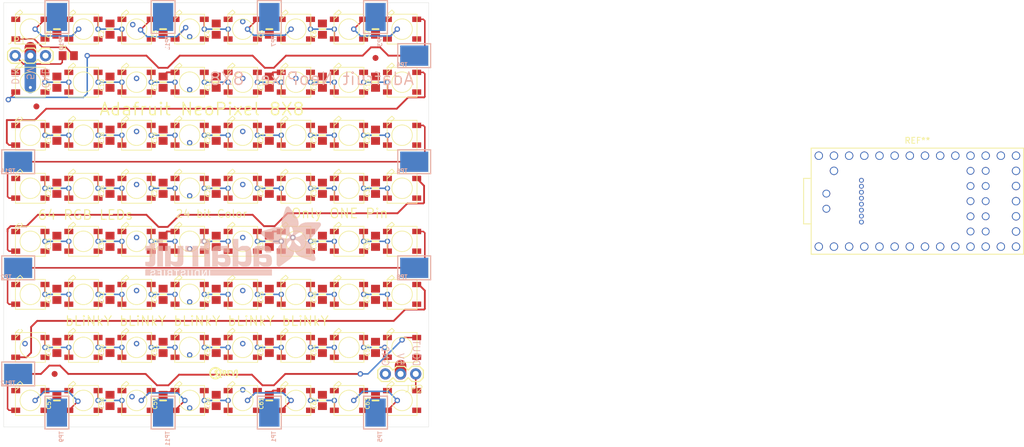
<source format=kicad_pcb>
(kicad_pcb (version 20221018) (generator pcbnew)
  (layers (0 "F.Cu" signal) (31 "B.Cu" signal) (34 "B.Paste" user) (35 "F.Paste" user) (36 "B.SilkS" user "B.Silkscreen") (37 "F.SilkS" user "F.Silkscreen") (38 "B.Mask" user) (39 "F.Mask" user) (44 "Edge.Cuts" user))
  (net 0 "")
  (net 1 "GND")
  (net 2 "N$33")
  (net 3 "N$34")
  (net 4 "N$35")
  (net 5 "N$36")
  (net 6 "N$37")
  (net 7 "N$38")
  (net 8 "N$39")
  (net 9 "N$40")
  (net 10 "N$41")
  (net 11 "N$42")
  (net 12 "N$43")
  (net 13 "N$44")
  (net 14 "N$45")
  (net 15 "N$46")
  (net 16 "N$47")
  (net 17 "N$48")
  (net 18 "N$49")
  (net 19 "N$50")
  (net 20 "N$51")
  (net 21 "N$52")
  (net 22 "N$53")
  (net 23 "N$54")
  (net 24 "N$55")
  (net 25 "N$56")
  (net 26 "N$57")
  (net 27 "N$58")
  (net 28 "N$59")
  (net 29 "N$60")
  (net 30 "N$93")
  (net 31 "N$94")
  (net 32 "N$95")
  (net 33 "N$96")
  (net 34 "N$97")
  (net 35 "N$98")
  (net 36 "N$99")
  (net 37 "N$100")
  (net 38 "N$101")
  (net 39 "N$102")
  (net 40 "N$103")
  (net 41 "N$104")
  (net 42 "N$105")
  (net 43 "N$106")
  (net 44 "N$107")
  (net 45 "N$108")
  (net 46 "N$109")
  (net 47 "N$110")
  (net 48 "N$111")
  (net 49 "N$112")
  (net 50 "N$113")
  (net 51 "N$114")
  (net 52 "N$115")
  (net 53 "N$116")
  (net 54 "N$117")
  (net 55 "N$118")
  (net 56 "N$119")
  (net 57 "N$120")
  (net 58 "VDD")
  (net 59 "N$2")
  (net 60 "N$3")
  (net 61 "N$4")
  (net 62 "N$5")
  (net 63 "N$6")
  (net 64 "N$7")
  (net 65 "N$8")
  (net 66 "N$1")
  (net 67 "N$9")
  (net 68 "N$10")
  (footprint "Adafruit_NeoMatrix_8x8 v2:0805-NO" (layer "F.Cu") (at 109.945 123.57 90)
    (fp_text reference "C55")
    (fp_text value "")
  )
  (footprint "Adafruit_NeoMatrix_8x8 v2:WS2812B" (layer "F.Cu") (at 52.16 114.68)
    (fp_text reference "LED41" hide)
    (fp_text value "WS2812B5050" hide)
  )
  (footprint "Adafruit_NeoMatrix_8x8 v2:WS2812B" (layer "F.Cu") (at 105.5 70.23)
    (fp_text reference "LED7" hide)
    (fp_text value "WS2812B5050" hide)
  )
  (footprint "Adafruit_NeoMatrix_8x8 v2:WS2812B" (layer "F.Cu") (at 87.72 70.23)
    (fp_text reference "LED5" hide)
    (fp_text value "WS2812B5050" hide)
  )
  (footprint "Adafruit_NeoMatrix_8x8 v2:WS2812B" (layer "F.Cu") (at 78.83 96.9)
    (fp_text reference "LED28" hide)
    (fp_text value "WS2812B5050" hide)
  )
  (footprint "Adafruit_NeoMatrix_8x8 v2:WS2812B" (layer "F.Cu") (at 105.5 79.12)
    (fp_text reference "LED15" hide)
    (fp_text value "WS2812B5050" hide)
  )
  (footprint "Adafruit_NeoMatrix_8x8 v2:0805-NO" (layer "F.Cu") (at 56.605 123.57 90)
    (fp_text reference "C49")
    (fp_text value "")
  )
  (footprint "Adafruit_NeoMatrix_8x8 v2:WS2812B" (layer "F.Cu") (at 61.05 88.01)
    (fp_text reference "LED18" hide)
    (fp_text value "WS2812B5050" hide)
  )
  (footprint "Adafruit_NeoMatrix_8x8 v2:0805-NO" (layer "F.Cu") (at 92.165 79.12 90)
    (fp_text reference "C13")
    (fp_text value "")
  )
  (footprint "Adafruit_NeoMatrix_8x8 v2:WS2812B" (layer "F.Cu") (at 78.83 105.79)
    (fp_text reference "LED36" hide)
    (fp_text value "WS2812B5050" hide)
  )
  (footprint "Adafruit_NeoMatrix_8x8 v2:0805-NO" (layer "F.Cu") (at 101.055 70.23 90)
    (fp_text reference "C6")
    (fp_text value "")
  )
  (footprint "Adafruit_NeoMatrix_8x8 v2:WS2812B" (layer "F.Cu") (at 52.16 132.46)
    (fp_text reference "LED57" hide)
    (fp_text value "WS2812B5050" hide)
  )
  (footprint "" (layer "F.Cu") (at 74.385 128.015)
    (fp_text reference "@HOLE10" hide)
    (fp_text value "")
  )
  (footprint "Adafruit_NeoMatrix_8x8 v2:WS2812B" (layer "F.Cu") (at 61.05 96.9)
    (fp_text reference "LED26" hide)
    (fp_text value "WS2812B5050" hide)
  )
  (footprint "Adafruit_NeoMatrix_8x8 v2:WS2812B" (layer "F.Cu") (at 52.16 105.79)
    (fp_text reference "LED33" hide)
    (fp_text value "WS2812B5050" hide)
  )
  (footprint "Adafruit_NeoMatrix_8x8 v2:0805-NO" (layer "F.Cu") (at 83.275 88.01 90)
    (fp_text reference "C20")
    (fp_text value "")
  )
  (footprint "Adafruit_NeoMatrix_8x8 v2:WS2812B" (layer "F.Cu") (at 69.94 70.23)
    (fp_text reference "LED3" hide)
    (fp_text value "WS2812B5050" hide)
  )
  (footprint "Adafruit_NeoMatrix_8x8 v2:0805-NO" (layer "F.Cu") (at 101.055 96.9 90)
    (fp_text reference "C30")
    (fp_text value "")
  )
  (footprint "" (layer "F.Cu") (at 92.165 74.675)
    (fp_text reference "@HOLE7" hide)
    (fp_text value "")
  )
  (footprint "" (layer "F.Cu") (at 92.165 128.015)
    (fp_text reference "@HOLE11" hide)
    (fp_text value "")
  )
  (footprint "Adafruit_NeoMatrix_8x8 v2:WS2812B" (layer "F.Cu") (at 87.72 114.68)
    (fp_text reference "LED45" hide)
    (fp_text value "WS2812B5050" hide)
  )
  (footprint "Adafruit_NeoMatrix_8x8 v2:WS2812B" (layer "F.Cu") (at 105.5 96.9)
    (fp_text reference "LED31" hide)
    (fp_text value "WS2812B5050" hide)
  )
  (footprint "Adafruit_NeoMatrix_8x8 v2:0805-NO" (layer "F.Cu") (at 92.165 132.46 90)
    (fp_text reference "C61")
    (fp_text value "")
  )
  (footprint "Adafruit_NeoMatrix_8x8 v2:0805-NO" (layer "F.Cu") (at 92.165 123.57 90)
    (fp_text reference "C53")
    (fp_text value "")
  )
  (footprint "Adafruit_NeoMatrix_8x8 v2:0805-NO" (layer "F.Cu") (at 65.495 70.23 90)
    (fp_text reference "C2")
    (fp_text value "")
  )
  (footprint "Adafruit_NeoMatrix_8x8 v2:WS2812B" (layer "F.Cu") (at 78.83 132.46)
    (fp_text reference "LED60" hide)
    (fp_text value "WS2812B5050" hide)
  )
  (footprint "Adafruit_NeoMatrix_8x8 v2:WS2812B" (layer "F.Cu") (at 69.94 105.79)
    (fp_text reference "LED35" hide)
    (fp_text value "WS2812B5050" hide)
  )
  (footprint "Adafruit_NeoMatrix_8x8 v2:WS2812B" (layer "F.Cu") (at 96.61 79.12)
    (fp_text reference "LED14" hide)
    (fp_text value "WS2812B5050" hide)
  )
  (footprint "Adafruit_NeoMatrix_8x8 v2:0805-NO" (layer "F.Cu") (at 101.055 114.68 90)
    (fp_text reference "C46")
    (fp_text value "")
  )
  (footprint "" (layer "F.Cu") (at 74.385 74.675)
    (fp_text reference "@HOLE6" hide)
    (fp_text value "")
  )
  (footprint "Adafruit_NeoMatrix_8x8 v2:0805-NO" (layer "F.Cu") (at 92.165 105.79 90)
    (fp_text reference "C37")
    (fp_text value "")
  )
  (footprint "Adafruit_NeoMatrix_8x8 v2:0805-NO" (layer "F.Cu") (at 56.605 114.68 90)
    (fp_text reference "C41")
    (fp_text value "")
  )
  (footprint "Adafruit_NeoMatrix_8x8 v2:WS2812B" (layer "F.Cu") (at 105.5 105.79)
    (fp_text reference "LED39" hide)
    (fp_text value "WS2812B5050" hide)
  )
  (footprint "Adafruit_NeoMatrix_8x8 v2:0805-NO" (layer "F.Cu") (at 83.275 79.12 90)
    (fp_text reference "C12")
    (fp_text value "")
  )
  (footprint "Adafruit_NeoMatrix_8x8 v2:1X03" (layer "F.Cu") (at 49.62 74.675)
    (fp_text reference "JP1")
    (fp_text value "")
  )
  (footprint "Adafruit_NeoMatrix_8x8 v2:WS2812B" (layer "F.Cu") (at 87.72 96.9)
    (fp_text reference "LED29" hide)
    (fp_text value "WS2812B5050" hide)
  )
  (footprint "Adafruit_NeoMatrix_8x8 v2:WS2812B" (layer "F.Cu") (at 69.94 114.68)
    (fp_text reference "LED43" hide)
    (fp_text value "WS2812B5050" hide)
  )
  (footprint "Adafruit_NeoMatrix_8x8 v2:0805-NO" (layer "F.Cu") (at 109.945 132.46 90)
    (fp_text reference "C63")
    (fp_text value "")
  )
  (footprint "Adafruit_NeoMatrix_8x8 v2:WS2812B" (layer "F.Cu") (at 114.39 105.79)
    (fp_text reference "LED40" hide)
    (fp_text value "WS2812B5050" hide)
  )
  (footprint "Adafruit_NeoMatrix_8x8 v2:0805-NO" (layer "F.Cu") (at 109.945 70.23 90)
    (fp_text reference "C7")
    (fp_text value "")
  )
  (footprint "Adafruit_NeoMatrix_8x8 v2:0805-NO" (layer "F.Cu") (at 83.275 70.23 90)
    (fp_text reference "C4")
    (fp_text value "")
  )
  (footprint "Adafruit_NeoMatrix_8x8 v2:WS2812B" (layer "F.Cu") (at 78.83 114.68)
    (fp_text reference "LED44" hide)
    (fp_text value "WS2812B5050" hide)
  )
  (footprint "Adafruit_NeoMatrix_8x8 v2:0805-NO" (layer "F.Cu") (at 92.165 114.68 90)
    (fp_text reference "C45")
    (fp_text value "")
  )
  (footprint "" (layer "F.Cu") (at 74.385 101.345)
    (fp_text reference "@HOLE8" hide)
    (fp_text value "")
  )
  (footprint "Adafruit_NeoMatrix_8x8 v2:0805-NO" (layer "F.Cu") (at 74.385 123.57 90)
    (fp_text reference "C51")
    (fp_text value "")
  )
  (footprint "Adafruit_NeoMatrix_8x8 v2:0805-NO" (layer "F.Cu") (at 74.385 70.23 90)
    (fp_text reference "C3")
    (fp_text value "")
  )
  (footprint "Adafruit_NeoMatrix_8x8 v2:WS2812B" (layer "F.Cu") (at 61.05 70.23)
    (fp_text reference "LED2" hide)
    (fp_text value "WS2812B5050" hide)
  )
  (footprint "Adafruit_NeoMatrix_8x8 v2:WS2812B" (layer "F.Cu") (at 105.5 123.57)
    (fp_text reference "LED55" hide)
    (fp_text value "WS2812B5050" hide)
  )
  (footprint "Adafruit_NeoMatrix_8x8 v2:0805-NO" (layer "F.Cu") (at 56.605 132.46 90)
    (fp_text reference "C57")
    (fp_text value "")
  )
  (footprint "Adafruit_NeoMatrix_8x8 v2:0805-NO" (layer "F.Cu") (at 101.055 79.12 90)
    (fp_text reference "C14")
    (fp_text value "")
  )
  (footprint "Adafruit_NeoMatrix_8x8 v2:WS2812B" (layer "F.Cu") (at 78.83 79.12)
    (fp_text reference "LED12" hide)
    (fp_text value "WS2812B5050" hide)
  )
  (footprint "Adafruit_NeoMatrix_8x8 v2:0805-NO" (layer "F.Cu") (at 101.055 123.57 90)
    (fp_text reference "C54")
    (fp_text value "")
  )
  (footprint "" (layer "F.Cu") (at 92.165 101.345)
    (fp_text reference "@HOLE9" hide)
    (fp_text value "")
  )
  (footprint "Adafruit_NeoMatrix_8x8 v2:WS2812B" (layer "F.Cu") (at 87.72 123.57)
    (fp_text reference "LED53" hide)
    (fp_text value "WS2812B5050" hide)
  )
  (footprint "Adafruit_NeoMatrix_8x8 v2:WS2812B" (layer "F.Cu") (at 78.83 123.57)
    (fp_text reference "LED52" hide)
    (fp_text value "WS2812B5050" hide)
  )
  (footprint "Adafruit_NeoMatrix_8x8 v2:0805-NO" (layer "F.Cu") (at 74.385 114.68 90)
    (fp_text reference "C43")
    (fp_text value "")
  )
  (footprint "Adafruit_NeoMatrix_8x8 v2:WS2812B" (layer "F.Cu") (at 105.5 88.01)
    (fp_text reference "LED23" hide)
    (fp_text value "WS2812B5050" hide)
  )
  (footprint "Adafruit_NeoMatrix_8x8 v2:0805-NO" (layer "F.Cu") (at 74.385 105.79 90)
    (fp_text reference "C35")
    (fp_text value "")
  )
  (footprint "Adafruit_NeoMatrix_8x8 v2:WS2812B" (layer "F.Cu") (at 52.16 96.9)
    (fp_text reference "LED25" hide)
    (fp_text value "WS2812B5050" hide)
  )
  (footprint "Adafruit_NeoMatrix_8x8 v2:WS2812B" (layer "F.Cu") (at 96.61 132.46)
    (fp_text reference "LED62" hide)
    (fp_text value "WS2812B5050" hide)
  )
  (footprint "Adafruit_NeoMatrix_8x8 v2:0805-NO" (layer "F.Cu") (at 56.605 105.79 90)
    (fp_text reference "C33")
    (fp_text value "")
  )
  (footprint "Adafruit_NeoMatrix_8x8 v2:WS2812B" (layer "F.Cu") (at 61.05 105.79)
    (fp_text reference "LED34" hide)
    (fp_text value "WS2812B5050" hide)
  )
  (footprint "Adafruit_NeoMatrix_8x8 v2:0805-NO" (layer "F.Cu") (at 83.275 114.68 90)
    (fp_text reference "C44")
    (fp_text value "")
  )
  (footprint "Adafruit_NeoMatrix_8x8 v2:WS2812B" (layer "F.Cu") (at 61.05 123.57)
    (fp_text reference "LED50" hide)
    (fp_text value "WS2812B5050" hide)
  )
  (footprint "Adafruit_NeoMatrix_8x8 v2:1X03" (layer "F.Cu") (at 116.676 128.015 180)
    (fp_text reference "JP2")
    (fp_text value "")
  )
  (footprint "Adafruit_NeoMatrix_8x8 v2:WS2812B" (layer "F.Cu") (at 78.83 88.01)
    (fp_text reference "LED20" hide)
    (fp_text value "WS2812B5050" hide)
  )
  (footprint "" (layer "F.Cu") (at 50.255 119.125)
    (fp_text reference "@HOLE2" hide)
    (fp_text value "")
  )
  (footprint "" (layer "F.Cu") (at 116.295 101.345)
    (fp_text reference "@HOLE4" hide)
    (fp_text value "")
  )
  (footprint "Adafruit_NeoMatrix_8x8 v2:WS2812B" (layer "F.Cu") (at 52.16 70.23)
    (fp_text reference "LED1" hide)
    (fp_text value "WS2812B5050" hide)
  )
  (footprint "Adafruit_NeoMatrix_8x8 v2:0805-NO" (layer "F.Cu") (at 83.275 96.9 90)
    (fp_text reference "C28")
    (fp_text value "")
  )
  (footprint "Adafruit_NeoMatrix_8x8 v2:WS2812B" (layer "F.Cu") (at 96.61 123.57)
    (fp_text reference "LED54" hide)
    (fp_text value "WS2812B5050" hide)
  )
  (footprint "Adafruit_NeoMatrix_8x8 v2:0805-NO" (layer "F.Cu") (at 56.605 70.23 90)
    (fp_text reference "C1")
    (fp_text value "")
  )
  (footprint "" (layer "F.Cu") (at 50.255 83.565)
    (fp_text reference "@HOLE0" hide)
    (fp_text value "")
  )
  (footprint "Adafruit_NeoMatrix_8x8 v2:0805-NO" (layer "F.Cu") (at 56.605 88.01 90)
    (fp_text reference "C17")
    (fp_text value "")
  )
  (footprint "Adafruit_NeoMatrix_8x8 v2:0805-NO" (layer "F.Cu") (at 92.165 70.23 90)
    (fp_text reference "C5")
    (fp_text value "")
  )
  (footprint "Adafruit_NeoMatrix_8x8 v2:0805-NO" (layer "F.Cu") (at 74.385 79.12 90)
    (fp_text reference "C11")
    (fp_text value "")
  )
  (footprint "Adafruit_NeoMatrix_8x8 v2:WS2812B" (layer "F.Cu") (at 114.39 123.57)
    (fp_text reference "LED56" hide)
    (fp_text value "WS2812B5050" hide)
  )
  (footprint "Adafruit_NeoMatrix_8x8 v2:WS2812B" (layer "F.Cu") (at 69.94 123.57)
    (fp_text reference "LED51" hide)
    (fp_text value "WS2812B5050" hide)
  )
  (footprint "Adafruit_NeoMatrix_8x8 v2:WS2812B" (layer "F.Cu") (at 87.72 132.46)
    (fp_text reference "LED61" hide)
    (fp_text value "WS2812B5050" hide)
  )
  (footprint "Adafruit_NeoMatrix_8x8 v2:FIDUCIAL_1MM" (layer "F.Cu") (at 109.945 75.056)
    (fp_text reference "FID3" hide)
    (fp_text value "FIDUCIAL\"\"" hide)
  )
  (footprint "Adafruit_NeoMatrix_8x8 v2:0805-NO" (layer "F.Cu") (at 56.605 96.9 90)
    (fp_text reference "C25")
    (fp_text value "")
  )
  (footprint "Adafruit_NeoMatrix_8x8 v2:WS2812B" (layer "F.Cu") (at 52.16 79.12)
    (fp_text reference "LED9" hide)
    (fp_text value "WS2812B5050" hide)
  )
  (footprint "Adafruit_NeoMatrix_8x8 v2:0805-NO" (layer "F.Cu") (at 65.495 123.57 90)
    (fp_text reference "C50")
    (fp_text value "")
  )
  (footprint "Adafruit_NeoMatrix_8x8 v2:0805-NO" (layer "F.Cu") (at 83.275 105.79 90)
    (fp_text reference "C36")
    (fp_text value "")
  )
  (footprint "Adafruit_NeoMatrix_8x8 v2:WS2812B" (layer "F.Cu") (at 114.39 79.12)
    (fp_text reference "LED16" hide)
    (fp_text value "WS2812B5050" hide)
  )
  (footprint "Adafruit_NeoMatrix_8x8 v2:WS2812B" (layer "F.Cu") (at 61.05 79.12)
    (fp_text reference "LED10" hide)
    (fp_text value "WS2812B5050" hide)
  )
  (footprint "Adafruit_NeoMatrix_8x8 v2:0805-NO" (layer "F.Cu") (at 56.605 79.12 90)
    (fp_text reference "C9")
    (fp_text value "")
  )
  (footprint "Adafruit_NeoMatrix_8x8 v2:WS2812B" (layer "F.Cu") (at 96.61 70.23)
    (fp_text reference "LED6" hide)
    (fp_text value "WS2812B5050" hide)
  )
  (footprint "Adafruit_NeoMatrix_8x8 v2:WS2812B" (layer "F.Cu") (at 105.5 132.46)
    (fp_text reference "LED63" hide)
    (fp_text value "WS2812B5050" hide)
  )
  (footprint "Adafruit_NeoMatrix_8x8 v2:0805-NO" (layer "F.Cu") (at 74.385 132.46 90)
    (fp_text reference "C59")
    (fp_text value "")
  )
  (footprint "Adafruit_NeoMatrix_8x8 v2:0805-NO" (layer "F.Cu") (at 109.945 105.79 90)
    (fp_text reference "C39")
    (fp_text value "")
  )
  (footprint "Adafruit_NeoMatrix_8x8 v2:WS2812B" (layer "F.Cu") (at 52.16 88.01)
    (fp_text reference "LED17" hide)
    (fp_text value "WS2812B5050" hide)
  )
  (footprint "Adafruit_NeoMatrix_8x8 v2:WS2812B" (layer "F.Cu") (at 69.94 96.9)
    (fp_text reference "LED27" hide)
    (fp_text value "WS2812B5050" hide)
  )
  (footprint "Adafruit_NeoMatrix_8x8 v2:0805-NO" (layer "F.Cu") (at 109.945 79.12 90)
    (fp_text reference "C15")
    (fp_text value "")
  )
  (footprint "Adafruit_NeoMatrix_8x8 v2:WS2812B" (layer "F.Cu") (at 114.39 88.01)
    (fp_text reference "LED24" hide)
    (fp_text value "WS2812B5050" hide)
  )
  (footprint "" (layer "F.Cu") (at 116.295 119.125)
    (fp_text reference "@HOLE3" hide)
    (fp_text value "")
  )
  (footprint "Adafruit_NeoMatrix_8x8 v2:0805-NO" (layer "F.Cu") (at 65.495 105.79 90)
    (fp_text reference "C34")
    (fp_text value "")
  )
  (footprint "Adafruit_NeoMatrix_8x8 v2:0805-NO" (layer "F.Cu") (at 74.385 88.01 90)
    (fp_text reference "C19")
    (fp_text value "")
  )
  (footprint "Adafruit_NeoMatrix_8x8 v2:0805-NO" (layer "F.Cu") (at 83.275 132.46 90)
    (fp_text reference "C60")
    (fp_text value "")
  )
  (footprint "Adafruit_NeoMatrix_8x8 v2:WS2812B" (layer "F.Cu") (at 96.61 114.68)
    (fp_text reference "LED46" hide)
    (fp_text value "WS2812B5050" hide)
  )
  (footprint "teensy:Teensy40_SMT" (layer "F.Cu") (at 200.66 99.06)
    (fp_text reference "REF**")
    (fp_text value "Teensy 4.0")
  )
  (footprint "Adafruit_NeoMatrix_8x8 v2:0805-NO" (layer "F.Cu") (at 109.945 88.01 90)
    (fp_text reference "C23")
    (fp_text value "")
  )
  (footprint "Adafruit_NeoMatrix_8x8 v2:0805-NO" (layer "F.Cu") (at 83.275 123.57 90)
    (fp_text reference "C52")
    (fp_text value "")
  )
  (footprint "Adafruit_NeoMatrix_8x8 v2:WS2812B" (layer "F.Cu") (at 96.61 96.9)
    (fp_text reference "LED30" hide)
    (fp_text value "WS2812B5050" hide)
  )
  (footprint "Adafruit_NeoMatrix_8x8 v2:WS2812B" (layer "F.Cu") (at 114.39 114.68)
    (fp_text reference "LED48" hide)
    (fp_text value "WS2812B5050" hide)
  )
  (footprint "Adafruit_NeoMatrix_8x8 v2:FIDUCIAL_1MM" (layer "F.Cu") (at 53.176 83.184)
    (fp_text reference "FID1" hide)
    (fp_text value "FIDUCIAL\"\"" hide)
  )
  (footprint "Adafruit_NeoMatrix_8x8 v2:0805-NO" (layer "F.Cu") (at 65.495 88.01 90)
    (fp_text reference "C18")
    (fp_text value "")
  )
  (footprint "Adafruit_NeoMatrix_8x8 v2:0805-NO" (layer "F.Cu") (at 74.385 96.9 90)
    (fp_text reference "C27")
    (fp_text value "")
  )
  (footprint "Adafruit_NeoMatrix_8x8 v2:FIDUCIAL_1MM" (layer "F.Cu") (at 56.224 128.015)
    (fp_text reference "FID2" hide)
    (fp_text value "FIDUCIAL\"\"" hide)
  )
  (footprint "Adafruit_NeoMatrix_8x8 v2:WS2812B" (layer "F.Cu") (at 61.05 114.68)
    (fp_text reference "LED42" hide)
    (fp_text value "WS2812B5050" hide)
  )
  (footprint "Adafruit_NeoMatrix_8x8 v2:WS2812B" (layer "F.Cu") (at 69.94 132.46)
    (fp_text reference "LED59" hide)
    (fp_text value "WS2812B5050" hide)
  )
  (footprint "Adafruit_NeoMatrix_8x8 v2:WS2812B" (layer "F.Cu") (at 69.94 79.12)
    (fp_text reference "LED11" hide)
    (fp_text value "WS2812B5050" hide)
  )
  (footprint "Adafruit_NeoMatrix_8x8 v2:0805-NO" (layer "F.Cu") (at 65.495 96.9 90)
    (fp_text reference "C26")
    (fp_text value "")
  )
  (footprint "Adafruit_NeoMatrix_8x8 v2:0805-NO" (layer "F.Cu") (at 92.165 88.01 90)
    (fp_text reference "C21")
    (fp_text value "")
  )
  (footprint "Adafruit_NeoMatrix_8x8 v2:WS2812B" (layer "F.Cu") (at 114.39 70.23)
    (fp_text reference "LED8" hide)
    (fp_text value "WS2812B5050" hide)
  )
  (footprint "Adafruit_NeoMatrix_8x8 v2:WS2812B" (layer "F.Cu") (at 52.16 123.57)
    (fp_text reference "LED49" hide)
    (fp_text value "WS2812B5050" hide)
  )
  (footprint "" (layer "F.Cu") (at 116.295 83.565)
    (fp_text reference "@HOLE5" hide)
    (fp_text value "")
  )
  (footprint "Adafruit_NeoMatrix_8x8 v2:0805-NO" (layer "F.Cu") (at 65.495 132.46 90)
    (fp_text reference "C58")
    (fp_text value "")
  )
  (footprint "Adafruit_NeoMatrix_8x8 v2:WS2812B" (layer "F.Cu") (at 87.72 105.79)
    (fp_text reference "LED37" hide)
    (fp_text value "WS2812B5050" hide)
  )
  (footprint "Adafruit_NeoMatrix_8x8 v2:WS2812B" (layer "F.Cu") (at 78.83 70.23)
    (fp_text reference "LED4" hide)
    (fp_text value "WS2812B5050" hide)
  )
  (footprint "Adafruit_NeoMatrix_8x8 v2:0805-NO" (layer "F.Cu") (at 109.945 96.9 90)
    (fp_text reference "C31")
    (fp_text value "")
  )
  (footprint "Adafruit_NeoMatrix_8x8 v2:0805-NO" (layer "F.Cu") (at 65.495 79.12 90)
    (fp_text reference "C10")
    (fp_text value "")
  )
  (footprint "Adafruit_NeoMatrix_8x8 v2:WS2812B" (layer "F.Cu") (at 87.72 79.12)
    (fp_text reference "LED13" hide)
    (fp_text value "WS2812B5050" hide)
  )
  (footprint "Adafruit_NeoMatrix_8x8 v2:WS2812B" (layer "F.Cu") (at 96.61 105.79)
    (fp_text reference "LED38" hide)
    (fp_text value "WS2812B5050" hide)
  )
  (footprint "Adafruit_NeoMatrix_8x8 v2:WS2812B" (layer "F.Cu") (at 96.61 88.01)
    (fp_text reference "LED22" hide)
    (fp_text value "WS2812B5050" hide)
  )
  (footprint "Adafruit_NeoMatrix_8x8 v2:WS2812B" (layer "F.Cu") (at 114.39 96.9)
    (fp_text reference "LED32" hide)
    (fp_text value "WS2812B5050" hide)
  )
  (footprint "Adafruit_NeoMatrix_8x8 v2:0805-NO" (layer "F.Cu") (at 101.055 132.46 90)
    (fp_text reference "C62")
    (fp_text value "")
  )
  (footprint "Adafruit_NeoMatrix_8x8 v2:PCBFEAT-REV-040" (layer "F.Cu") (at 83.148 127.888)
    (fp_text reference "U$2" hide)
    (fp_text value "" hide)
  )
  (footprint "Adafruit_NeoMatrix_8x8 v2:0805-NO" (layer "F.Cu") (at 92.165 96.9 90)
    (fp_text reference "C29")
    (fp_text value "")
  )
  (footprint "Adafruit_NeoMatrix_8x8 v2:WS2812B" (layer "F.Cu") (at 114.39 132.46)
    (fp_text reference "LED64" hide)
    (fp_text value "WS2812B5050" hide)
  )
  (footprint "Adafruit_NeoMatrix_8x8 v2:0805-NO" (layer "F.Cu") (at 101.055 105.79 90)
    (fp_text reference "C38")
    (fp_text value "")
  )
  (footprint "Adafruit_NeoMatrix_8x8 v2:WS2812B" (layer "F.Cu") (at 61.05 132.46)
    (fp_text reference "LED58" hide)
    (fp_text value "WS2812B5050" hide)
  )
  (footprint "Adafruit_NeoMatrix_8x8 v2:WS2812B" (layer "F.Cu") (at 87.72 88.01)
    (fp_text reference "LED21" hide)
    (fp_text value "WS2812B5050" hide)
  )
  (footprint "Adafruit_NeoMatrix_8x8 v2:0805-NO" (layer "F.Cu") (at 65.495 114.68 90)
    (fp_text reference "C42")
    (fp_text value "")
  )
  (footprint "Adafruit_NeoMatrix_8x8 v2:0805-NO" (layer "F.Cu") (at 58.51 74.675)
    (fp_text reference "R1")
    (fp_text value "")
  )
  (footprint "Adafruit_NeoMatrix_8x8 v2:WS2812B" (layer "F.Cu") (at 105.5 114.68)
    (fp_text reference "LED47" hide)
    (fp_text value "WS2812B5050" hide)
  )
  (footprint "Adafruit_NeoMatrix_8x8 v2:WS2812B" (layer "F.Cu") (at 69.94 88.01)
    (fp_text reference "LED19" hide)
    (fp_text value "WS2812B5050" hide)
  )
  (footprint "Adafruit_NeoMatrix_8x8 v2:0805-NO" (layer "F.Cu") (at 101.055 88.01 90)
    (fp_text reference "C22")
    (fp_text value "")
  )
  (footprint "Adafruit_NeoMatrix_8x8 v2:0805-NO" (layer "F.Cu") (at 109.945 114.68 90)
    (fp_text reference "C47")
    (fp_text value "")
  )
  (footprint "" (layer "F.Cu") (at 50.255 101.345)
    (fp_text reference "@HOLE1" hide)
    (fp_text value "")
  )
  (footprint "Adafruit_NeoMatrix_8x8 v2:TESTPOINT_SMT" (layer "B.Cu") (at 74.385 68.198 -90)
    (fp_text reference "TP13")
    (fp_text value "")
  )
  (footprint "Adafruit_NeoMatrix_8x8 v2:TESTPOINT_SMT" (layer "B.Cu") (at 116.422 92.455 180)
    (fp_text reference "TP6")
    (fp_text value "")
  )
  (footprint "Adafruit_NeoMatrix_8x8 v2:TESTPOINT_SMT" (layer "B.Cu") (at 109.945 134.492 -90)
    (fp_text reference "TP5")
    (fp_text value "")
  )
  (footprint "Adafruit_NeoMatrix_8x8 v2:TESTPOINT_SMT" (layer "B.Cu") (at 109.945 68.198 -90)
    (fp_text reference "TP3")
    (fp_text value "")
  )
  (footprint "Adafruit_NeoMatrix_8x8 v2:TESTPOINT_SMT" (layer "B.Cu") (at 50.128 110.235 180)
    (fp_text reference "TP2")
    (fp_text value "")
  )
  (footprint "Adafruit_NeoMatrix_8x8 v2:TESTPOINT_SMT" (layer "B.Cu") (at 50.128 128.015 180)
    (fp_text reference "TP12")
    (fp_text value "")
  )
  (footprint "Adafruit_NeoMatrix_8x8 v2:TESTPOINT_SMT" (layer "B.Cu") (at 92.165 68.198 -90)
    (fp_text reference "TP7")
    (fp_text value "")
  )
  (footprint "Adafruit_NeoMatrix_8x8 v2:TESTPOINT_SMT" (layer "B.Cu") (at 116.422 110.235 180)
    (fp_text reference "TP8")
    (fp_text value "")
  )
  (footprint "Adafruit_NeoMatrix_8x8 v2:TESTPOINT_SMT" (layer "B.Cu") (at 56.605 68.198 -90)
    (fp_text reference "TP10")
    (fp_text value "")
  )
  (footprint "Adafruit_NeoMatrix_8x8 v2:TESTPOINT_SMT" (layer "B.Cu") (at 92.165 134.492 -90)
    (fp_text reference "TP1")
    (fp_text value "")
  )
  (footprint "Adafruit_NeoMatrix_8x8 v2:TESTPOINT_SMT" (layer "B.Cu") (at 116.422 74.675 180)
    (fp_text reference "TP4")
    (fp_text value "")
  )
  (footprint "Adafruit_NeoMatrix_8x8 v2:TESTPOINT_SMT" (layer "B.Cu") (at 50.128 92.455 180)
    (fp_text reference "TP14")
    (fp_text value "")
  )
  (footprint "Adafruit_NeoMatrix_8x8 v2:ADAFRUIT_TEXT_30MM" (layer "B.Cu") (at 101.055 111.505 180)
    (fp_text reference "U$1" hide)
    (fp_text value "" hide)
  )
  (footprint "Adafruit_NeoMatrix_8x8 v2:TESTPOINT_SMT" (layer "B.Cu") (at 74.385 134.492 -90)
    (fp_text reference "TP11")
    (fp_text value "")
  )
  (footprint "Adafruit_NeoMatrix_8x8 v2:TESTPOINT_SMT" (layer "B.Cu") (at 56.605 134.492 -90)
    (fp_text reference "TP9")
    (fp_text value "")
  )
  (gr_line (start 118.835 136.905) (end 118.835 65.785) (stroke (width 0.05)) (layer "Edge.Cuts"))
  (gr_line (start 47.715 65.785) (end 47.715 136.905) (stroke (width 0.05)) (layer "Edge.Cuts"))
  (gr_line (start 47.715 136.905) (end 118.835 136.905) (stroke (width 0.05)) (layer "Edge.Cuts"))
  (gr_line (start 118.835 65.785) (end 47.715 65.785) (stroke (width 0.05)) (layer "Edge.Cuts"))
  (gr_text "5V" (at 52.795 76.58 -90) (layer "B.SilkS") (effects (font (size 1.143 1.143) (thickness 0.127)) (justify right top mirror)))
  (gr_text "DIN" (at 50.255 76.58 -90) (layer "B.SilkS") (effects (font (size 1.143 1.143) (thickness 0.127)) (justify right top mirror)))
  (gr_text "DOUT" (at 116.1045 126.8085 -90) (layer "B.SilkS") (effects (font (size 1.143 1.143) (thickness 0.127)) (justify left bottom mirror)))
  (gr_text "5V" (at 113.4375 126.6815 -90) (layer "B.SilkS") (effects (font (size 1.143 1.143) (thickness 0.127)) (justify left bottom mirror)))
  (gr_text "GND" (at 110.8975 126.8085 -90) (layer "B.SilkS") (effects (font (size 1.143 1.143) (thickness 0.127)) (justify left bottom mirror)))
  (gr_text "GND" (at 55.335 76.58 -90) (layer "B.SilkS") (effects (font (size 1.143 1.143) (thickness 0.127)) (justify right top mirror)))
  (gr_text "Adafruit NeoPixel 8X8" (at 116.549 79.755) (layer "B.SilkS") (effects (font (size 2.0574 2.0574) (thickness 0.2286)) (justify left bottom mirror)))
  (gr_text "Adafruit NeoPixel 8X8" (at 63.59 84.835) (layer "F.SilkS") (effects (font (size 2.0574 2.0574) (thickness 0.2286)) (justify left bottom)))
  (gr_text "bLiNkY bLiNkY bLiNkY bLiNkY bLiNkY" (at 57.875 120.0775) (layer "F.SilkS") (effects (font (size 1.6002 1.6002) (thickness 0.1778)) (justify left bottom)))
  (gr_text "Only ONE Pin" (at 95.721 102.0435) (layer "F.SilkS") (effects (font (size 1.6002 1.6002) (thickness 0.1778)) (justify left bottom)))
  (gr_text "24 bit Color" (at 76.417 101.9165) (layer "F.SilkS") (effects (font (size 1.28016 1.28016) (thickness 0.14224)) (justify left bottom)))
  (gr_text "64 RGB LEDs" (at 53.303 102.2975) (layer "F.SilkS") (effects (font (size 1.6002 1.6002) (thickness 0.1778)) (justify left bottom)))
  (segment (start 92.165 131.51) (end 92.799 130.81) (width 0.3048) (layer "F.Cu") (net 1))
  (segment (start 92.799 104.14) (end 94.16 104.14) (width 0.3048) (layer "F.Cu") (net 1))
  (segment (start 74.385 131.51) (end 74.766 131.063) (width 0.3048) (layer "F.Cu") (net 1))
  (segment (start 75.528 131.063) (end 75.781 130.81) (width 0.3048) (layer "F.Cu") (net 1))
  (segment (start 75.781 130.81) (end 76.38 130.81) (width 0.3048) (layer "F.Cu") (net 1))
  (segment (start 74.766 131.063) (end 75.528 131.063) (width 0.3048) (layer "F.Cu") (net 1))
  (segment (start 92.165 104.84) (end 92.799 104.14) (width 0.3048) (layer "F.Cu") (net 1))
  (segment (start 75.019 77.47) (end 76.38 77.47) (width 0.3048) (layer "F.Cu") (net 1))
  (segment (start 92.799 130.81) (end 94.16 130.81) (width 0.3048) (layer "F.Cu") (net 1))
  (segment (start 92.799 77.47) (end 94.16 77.47) (width 0.3048) (layer "F.Cu") (net 1))
  (segment (start 74.385 104.84) (end 75.019 104.14) (width 0.3048) (layer "F.Cu") (net 1))
  (segment (start 92.165 78.17) (end 92.799 77.47) (width 0.3048) (layer "F.Cu") (net 1))
  (segment (start 74.385 78.17) (end 75.019 77.47) (width 0.3048) (layer "F.Cu") (net 1))
  (segment (start 75.019 104.14) (end 76.38 104.14) (width 0.3048) (layer "F.Cu") (net 1))
  (via (at 69.94 87.375) (size 0.9064) (drill 0.5) (layers "F.Cu" "B.Cu") (net 1))
  (via (at 87.72 130.682) (size 0.9064) (drill 0.5) (layers "F.Cu" "B.Cu") (net 1))
  (via (at 69.94 78.485) (size 0.9064) (drill 0.5) (layers "F.Cu" "B.Cu") (net 1))
  (via (at 69.305 69.468) (size 0.9064) (drill 0.5) (layers "F.Cu" "B.Cu") (net 1))
  (via (at 69.94 96.265) (size 0.9064) (drill 0.5) (layers "F.Cu" "B.Cu") (net 1))
  (via (at 87.72 68.96) (size 0.9064) (drill 0.5) (layers "F.Cu" "B.Cu") (net 1))
  (via (at 87.72 105.155) (size 0.9064) (drill 0.5) (layers "F.Cu" "B.Cu") (net 1))
  (via (at 87.72 96.265) (size 0.9064) (drill 0.5) (layers "F.Cu" "B.Cu") (net 1))
  (via (at 69.178 131.825) (size 0.9064) (drill 0.5) (layers "F.Cu" "B.Cu") (net 1))
  (via (at 69.94 114.045) (size 0.9064) (drill 0.5) (layers "F.Cu" "B.Cu") (net 1))
  (via (at 87.72 87.375) (size 0.9064) (drill 0.5) (layers "F.Cu" "B.Cu") (net 1))
  (via (at 96.61 78.485) (size 0.9064) (drill 0.5) (layers "F.Cu" "B.Cu") (net 1))
  (via (at 96.102 105.155) (size 0.9064) (drill 0.5) (layers "F.Cu" "B.Cu") (net 1))
  (via (at 87.72 122.935) (size 0.9064) (drill 0.5) (layers "F.Cu" "B.Cu") (net 1))
  (via (at 69.94 122.935) (size 0.9064) (drill 0.5) (layers "F.Cu" "B.Cu") (net 1))
  (via (at 87.72 114.045) (size 0.9064) (drill 0.5) (layers "F.Cu" "B.Cu") (net 1))
  (via (at 69.94 105.155) (size 0.9064) (drill 0.5) (layers "F.Cu" "B.Cu") (net 1))
  (via (at 51.271 122.935) (size 0.9064) (drill 0.5) (layers "F.Cu" "B.Cu") (net 1))
  (via (at 87.72 78.485) (size 0.9064) (drill 0.5) (layers "F.Cu" "B.Cu") (net 1))
  (segment (start 54.61 86.36) (end 54.61 88.01) (width 0.254) (layer "F.Cu") (net 2))
  (segment (start 58.6 89.66) (end 58.6 88.01) (width 0.254) (layer "F.Cu") (net 2))
  (via (at 54.61 88.01) (size 0.9064) (drill 0.5) (layers "F.Cu" "B.Cu") (net 2))
  (via (at 58.6 88.01) (size 0.9064) (drill 0.5) (layers "F.Cu" "B.Cu") (net 2))
  (segment (start 58.6 88.01) (end 54.61 88.01) (width 0.254) (layer "B.Cu") (net 2))
  (segment (start 54.61 96.9) (end 54.61 95.25) (width 0.254) (layer "F.Cu") (net 3))
  (segment (start 58.6 98.55) (end 58.6 96.9) (width 0.254) (layer "F.Cu") (net 3))
  (via (at 54.61 96.9) (size 0.9064) (drill 0.5) (layers "F.Cu" "B.Cu") (net 3))
  (via (at 58.6 96.9) (size 0.9064) (drill 0.5) (layers "F.Cu" "B.Cu") (net 3))
  (segment (start 58.6 96.9) (end 54.61 96.9) (width 0.254) (layer "B.Cu") (net 3))
  (segment (start 63.5 95.25) (end 63.5 96.9) (width 0.254) (layer "F.Cu") (net 4))
  (segment (start 67.49 98.55) (end 67.49 96.9) (width 0.254) (layer "F.Cu") (net 4))
  (via (at 63.5 96.9) (size 0.9064) (drill 0.5) (layers "F.Cu" "B.Cu") (net 4))
  (via (at 67.49 96.9) (size 0.9064) (drill 0.5) (layers "F.Cu" "B.Cu") (net 4))
  (segment (start 63.5 96.9) (end 67.49 96.9) (width 0.254) (layer "B.Cu") (net 4))
  (segment (start 63.5 70.23) (end 63.5 68.58) (width 0.254) (layer "F.Cu") (net 5))
  (segment (start 67.49 71.88) (end 67.49 70.23) (width 0.254) (layer "F.Cu") (net 5))
  (via (at 67.49 70.23) (size 0.9064) (drill 0.5) (layers "F.Cu" "B.Cu") (net 5))
  (via (at 63.5 70.23) (size 0.9064) (drill 0.5) (layers "F.Cu" "B.Cu") (net 5))
  (segment (start 67.49 70.23) (end 63.5 70.23) (width 0.254) (layer "B.Cu") (net 5))
  (segment (start 70.612 70.357) (end 72.39 68.58) (width 0.254) (layer "F.Cu") (net 6))
  (segment (start 76.38 71.88) (end 78.158 69.976) (width 0.254) (layer "F.Cu") (net 6))
  (via (at 78.158 69.976) (size 0.9064) (drill 0.5) (layers "F.Cu" "B.Cu") (net 6))
  (via (at 70.612 70.357) (size 0.9064) (drill 0.5) (layers "F.Cu" "B.Cu") (net 6))
  (segment (start 78.158 69.976) (end 76.634 71.5) (width 0.254) (layer "B.Cu") (net 6))
  (segment (start 71.718 71.5) (end 70.612 70.357) (width 0.254) (layer "B.Cu") (net 6))
  (segment (start 76.634 71.5) (end 71.718 71.5) (width 0.254) (layer "B.Cu") (net 6))
  (segment (start 81.28 70.23) (end 81.28 68.58) (width 0.254) (layer "F.Cu") (net 7))
  (segment (start 85.27 71.88) (end 85.27 70.23) (width 0.254) (layer "F.Cu") (net 7))
  (via (at 85.27 70.23) (size 0.9064) (drill 0.5) (layers "F.Cu" "B.Cu") (net 7))
  (via (at 81.28 70.23) (size 0.9064) (drill 0.5) (layers "F.Cu" "B.Cu") (net 7))
  (segment (start 85.27 70.23) (end 81.28 70.23) (width 0.254) (layer "B.Cu") (net 7))
  (segment (start 94.16 71.88) (end 95.811 70.23) (width 0.254) (layer "F.Cu") (net 8))
  (segment (start 88.519 70.23) (end 90.17 68.58) (width 0.254) (layer "F.Cu") (net 8))
  (via (at 95.811 70.23) (size 0.9064) (drill 0.5) (layers "F.Cu" "B.Cu") (net 8))
  (via (at 88.519 70.23) (size 0.9064) (drill 0.5) (layers "F.Cu" "B.Cu") (net 8))
  (segment (start 89.535 71.246) (end 88.519 70.23) (width 0.254) (layer "B.Cu") (net 8))
  (segment (start 95.811 70.23) (end 94.832 71.246) (width 0.254) (layer "B.Cu") (net 8))
  (segment (start 94.832 71.246) (end 89.535 71.246) (width 0.254) (layer "B.Cu") (net 8))
  (segment (start 103.05 71.88) (end 103.05 70.23) (width 0.254) (layer "F.Cu") (net 9))
  (segment (start 99.06 70.23) (end 99.06 68.58) (width 0.254) (layer "F.Cu") (net 9))
  (via (at 103.05 70.23) (size 0.9064) (drill 0.5) (layers "F.Cu" "B.Cu") (net 9))
  (via (at 99.06 70.23) (size 0.9064) (drill 0.5) (layers "F.Cu" "B.Cu") (net 9))
  (segment (start 103.05 70.23) (end 99.06 70.23) (width 0.254) (layer "B.Cu") (net 9))
  (segment (start 107.95 68.58) (end 106.299 70.23) (width 0.254) (layer "F.Cu") (net 10))
  (segment (start 111.94 71.88) (end 113.591 70.23) (width 0.254) (layer "F.Cu") (net 10))
  (via (at 106.299 70.23) (size 0.9064) (drill 0.5) (layers "F.Cu" "B.Cu") (net 10))
  (via (at 113.591 70.23) (size 0.9064) (drill 0.5) (layers "F.Cu" "B.Cu") (net 10))
  (segment (start 107.442 71.373) (end 106.299 70.23) (width 0.254) (layer "B.Cu") (net 10))
  (segment (start 112.485 71.373) (end 107.442 71.373) (width 0.254) (layer "B.Cu") (net 10))
  (segment (start 113.591 70.23) (end 112.485 71.373) (width 0.254) (layer "B.Cu") (net 10))
  (segment (start 63.5 79.12) (end 63.5 77.47) (width 0.254) (layer "F.Cu") (net 11))
  (segment (start 67.49 80.77) (end 67.49 79.12) (width 0.254) (layer "F.Cu") (net 11))
  (via (at 67.49 79.12) (size 0.9064) (drill 0.5) (layers "F.Cu" "B.Cu") (net 11))
  (via (at 63.5 79.12) (size 0.9064) (drill 0.5) (layers "F.Cu" "B.Cu") (net 11))
  (segment (start 67.49 79.12) (end 63.5 79.12) (width 0.254) (layer "B.Cu") (net 11))
  (segment (start 72.39 77.47) (end 72.39 79.12) (width 0.254) (layer "F.Cu") (net 12))
  (segment (start 76.38 80.77) (end 76.38 79.12) (width 0.254) (layer "F.Cu") (net 12))
  (via (at 72.39 79.12) (size 0.9064) (drill 0.5) (layers "F.Cu" "B.Cu") (net 12))
  (via (at 76.38 79.12) (size 0.9064) (drill 0.5) (layers "F.Cu" "B.Cu") (net 12))
  (segment (start 76.38 79.12) (end 72.39 79.12) (width 0.254) (layer "B.Cu") (net 12))
  (segment (start 85.27 80.77) (end 85.27 79.12) (width 0.254) (layer "F.Cu") (net 13))
  (segment (start 81.28 79.12) (end 81.28 77.47) (width 0.254) (layer "F.Cu") (net 13))
  (via (at 81.28 79.12) (size 0.9064) (drill 0.5) (layers "F.Cu" "B.Cu") (net 13))
  (via (at 85.27 79.12) (size 0.9064) (drill 0.5) (layers "F.Cu" "B.Cu") (net 13))
  (segment (start 85.27 79.12) (end 81.28 79.12) (width 0.254) (layer "B.Cu") (net 13))
  (segment (start 90.17 79.12) (end 90.17 77.47) (width 0.254) (layer "F.Cu") (net 14))
  (segment (start 94.16 80.77) (end 94.16 79.12) (width 0.254) (layer "F.Cu") (net 14))
  (via (at 90.17 79.12) (size 0.9064) (drill 0.5) (layers "F.Cu" "B.Cu") (net 14))
  (via (at 94.16 79.12) (size 0.9064) (drill 0.5) (layers "F.Cu" "B.Cu") (net 14))
  (segment (start 94.16 79.12) (end 90.17 79.12) (width 0.254) (layer "B.Cu") (net 14))
  (segment (start 103.05 80.77) (end 103.05 79.12) (width 0.254) (layer "F.Cu") (net 15))
  (segment (start 99.06 79.12) (end 99.06 77.47) (width 0.254) (layer "F.Cu") (net 15))
  (via (at 99.06 79.12) (size 0.9064) (drill 0.5) (layers "F.Cu" "B.Cu") (net 15))
  (via (at 103.05 79.12) (size 0.9064) (drill 0.5) (layers "F.Cu" "B.Cu") (net 15))
  (segment (start 103.05 79.12) (end 99.06 79.12) (width 0.254) (layer "B.Cu") (net 15))
  (segment (start 107.95 79.12) (end 107.95 77.47) (width 0.254) (layer "F.Cu") (net 16))
  (segment (start 111.94 80.77) (end 111.94 79.12) (width 0.254) (layer "F.Cu") (net 16))
  (via (at 111.94 79.12) (size 0.9064) (drill 0.5) (layers "F.Cu" "B.Cu") (net 16))
  (via (at 107.95 79.12) (size 0.9064) (drill 0.5) (layers "F.Cu" "B.Cu") (net 16))
  (segment (start 111.94 79.12) (end 107.95 79.12) (width 0.254) (layer "B.Cu") (net 16))
  (segment (start 67.49 89.66) (end 67.49 88.01) (width 0.254) (layer "F.Cu") (net 17))
  (segment (start 63.5 88.01) (end 63.5 86.36) (width 0.254) (layer "F.Cu") (net 17))
  (via (at 63.5 88.01) (size 0.9064) (drill 0.5) (layers "F.Cu" "B.Cu") (net 17))
  (via (at 67.49 88.01) (size 0.9064) (drill 0.5) (layers "F.Cu" "B.Cu") (net 17))
  (segment (start 67.49 88.01) (end 63.5 88.01) (width 0.254) (layer "B.Cu") (net 17))
  (segment (start 72.39 88.01) (end 72.39 86.36) (width 0.254) (layer "F.Cu") (net 18))
  (segment (start 76.38 89.66) (end 76.38 88.01) (width 0.254) (layer "F.Cu") (net 18))
  (via (at 76.38 88.01) (size 0.9064) (drill 0.5) (layers "F.Cu" "B.Cu") (net 18))
  (via (at 72.39 88.01) (size 0.9064) (drill 0.5) (layers "F.Cu" "B.Cu") (net 18))
  (segment (start 76.38 88.01) (end 72.39 88.01) (width 0.254) (layer "B.Cu") (net 18))
  (segment (start 81.28 88.01) (end 81.28 86.36) (width 0.254) (layer "F.Cu") (net 19))
  (segment (start 85.27 89.66) (end 85.27 88.01) (width 0.254) (layer "F.Cu") (net 19))
  (via (at 81.28 88.01) (size 0.9064) (drill 0.5) (layers "F.Cu" "B.Cu") (net 19))
  (via (at 85.27 88.01) (size 0.9064) (drill 0.5) (layers "F.Cu" "B.Cu") (net 19))
  (segment (start 85.27 88.01) (end 81.28 88.01) (width 0.254) (layer "B.Cu") (net 19))
  (segment (start 90.17 88.01) (end 90.17 86.36) (width 0.254) (layer "F.Cu") (net 20))
  (segment (start 94.16 89.66) (end 94.16 88.01) (width 0.254) (layer "F.Cu") (net 20))
  (via (at 90.17 88.01) (size 0.9064) (drill 0.5) (layers "F.Cu" "B.Cu") (net 20))
  (via (at 94.16 88.01) (size 0.9064) (drill 0.5) (layers "F.Cu" "B.Cu") (net 20))
  (segment (start 94.16 88.01) (end 90.17 88.01) (width 0.254) (layer "B.Cu") (net 20))
  (segment (start 99.06 88.01) (end 99.06 86.36) (width 0.254) (layer "F.Cu") (net 21))
  (segment (start 103.05 89.66) (end 103.05 88.01) (width 0.254) (layer "F.Cu") (net 21))
  (via (at 99.06 88.01) (size 0.9064) (drill 0.5) (layers "F.Cu" "B.Cu") (net 21))
  (via (at 103.05 88.01) (size 0.9064) (drill 0.5) (layers "F.Cu" "B.Cu") (net 21))
  (segment (start 103.05 88.01) (end 99.06 88.01) (width 0.254) (layer "B.Cu") (net 21))
  (segment (start 111.94 89.66) (end 111.94 88.01) (width 0.254) (layer "F.Cu") (net 22))
  (segment (start 107.95 88.01) (end 107.95 86.36) (width 0.254) (layer "F.Cu") (net 22))
  (via (at 111.94 88.01) (size 0.9064) (drill 0.5) (layers "F.Cu" "B.Cu") (net 22))
  (via (at 107.95 88.01) (size 0.9064) (drill 0.5) (layers "F.Cu" "B.Cu") (net 22))
  (segment (start 111.94 88.01) (end 107.95 88.01) (width 0.254) (layer "B.Cu") (net 22))
  (segment (start 72.39 96.9) (end 72.39 95.25) (width 0.254) (layer "F.Cu") (net 23))
  (segment (start 76.38 98.55) (end 76.38 96.9) (width 0.254) (layer "F.Cu") (net 23))
  (via (at 72.39 96.9) (size 0.9064) (drill 0.5) (layers "F.Cu" "B.Cu") (net 23))
  (via (at 76.38 96.9) (size 0.9064) (drill 0.5) (layers "F.Cu" "B.Cu") (net 23))
  (segment (start 76.38 96.9) (end 72.39 96.9) (width 0.254) (layer "B.Cu") (net 23))
  (segment (start 81.28 96.9) (end 81.28 95.25) (width 0.254) (layer "F.Cu") (net 24))
  (segment (start 85.27 98.55) (end 85.27 96.9) (width 0.254) (layer "F.Cu") (net 24))
  (via (at 85.27 96.9) (size 0.9064) (drill 0.5) (layers "F.Cu" "B.Cu") (net 24))
  (via (at 81.28 96.9) (size 0.9064) (drill 0.5) (layers "F.Cu" "B.Cu") (net 24))
  (segment (start 85.27 96.9) (end 81.28 96.9) (width 0.254) (layer "B.Cu") (net 24))
  (segment (start 90.17 96.9) (end 90.17 95.25) (width 0.254) (layer "F.Cu") (net 25))
  (segment (start 94.16 98.55) (end 94.16 96.9) (width 0.254) (layer "F.Cu") (net 25))
  (via (at 94.16 96.9) (size 0.9064) (drill 0.5) (layers "F.Cu" "B.Cu") (net 25))
  (via (at 90.17 96.9) (size 0.9064) (drill 0.5) (layers "F.Cu" "B.Cu") (net 25))
  (segment (start 94.16 96.9) (end 90.17 96.9) (width 0.254) (layer "B.Cu") (net 25))
  (segment (start 99.06 95.25) (end 99.06 96.9) (width 0.254) (layer "F.Cu") (net 26))
  (segment (start 103.05 98.55) (end 103.05 96.9) (width 0.254) (layer "F.Cu") (net 26))
  (via (at 103.05 96.9) (size 0.9064) (drill 0.5) (layers "F.Cu" "B.Cu") (net 26))
  (via (at 99.06 96.9) (size 0.9064) (drill 0.5) (layers "F.Cu" "B.Cu") (net 26))
  (segment (start 103.05 96.9) (end 99.06 96.9) (width 0.254) (layer "B.Cu") (net 26))
  (segment (start 111.94 98.55) (end 111.94 96.9) (width 0.254) (layer "F.Cu") (net 27))
  (segment (start 107.95 96.9) (end 107.95 95.25) (width 0.254) (layer "F.Cu") (net 27))
  (via (at 111.94 96.9) (size 0.9064) (drill 0.5) (layers "F.Cu" "B.Cu") (net 27))
  (via (at 107.95 96.9) (size 0.9064) (drill 0.5) (layers "F.Cu" "B.Cu") (net 27))
  (segment (start 111.94 96.9) (end 107.95 96.9) (width 0.254) (layer "B.Cu") (net 27))
  (segment (start 52.959 70.23) (end 54.61 68.58) (width 0.254) (layer "F.Cu") (net 28))
  (segment (start 58.6 71.88) (end 60.251 70.23) (width 0.254) (layer "F.Cu") (net 28))
  (via (at 52.959 70.23) (size 0.9064) (drill 0.5) (layers "F.Cu" "B.Cu") (net 28))
  (via (at 60.251 70.23) (size 0.9064) (drill 0.5) (layers "F.Cu" "B.Cu") (net 28))
  (segment (start 59.145 71.373) (end 54.102 71.373) (width 0.254) (layer "B.Cu") (net 28))
  (segment (start 60.251 70.23) (end 59.145 71.373) (width 0.254) (layer "B.Cu") (net 28))
  (segment (start 54.102 71.373) (end 52.959 70.23) (width 0.254) (layer "B.Cu") (net 28))
  (segment (start 58.6 80.77) (end 58.6 79.12) (width 0.254) (layer "F.Cu") (net 29))
  (segment (start 54.61 77.47) (end 54.61 79.12) (width 0.254) (layer "F.Cu") (net 29))
  (via (at 58.6 79.12) (size 0.9064) (drill 0.5) (layers "F.Cu" "B.Cu") (net 29))
  (via (at 54.61 79.12) (size 0.9064) (drill 0.5) (layers "F.Cu" "B.Cu") (net 29))
  (segment (start 54.61 79.12) (end 58.6 79.12) (width 0.254) (layer "B.Cu") (net 29))
  (segment (start 58.6 125.22) (end 58.6 123.57) (width 0.254) (layer "F.Cu") (net 30))
  (segment (start 54.61 123.57) (end 54.61 121.92) (width 0.254) (layer "F.Cu") (net 30))
  (via (at 58.6 123.57) (size 0.9064) (drill 0.5) (layers "F.Cu" "B.Cu") (net 30))
  (via (at 54.61 123.57) (size 0.9064) (drill 0.5) (layers "F.Cu" "B.Cu") (net 30))
  (segment (start 58.6 123.57) (end 54.61 123.57) (width 0.254) (layer "B.Cu") (net 30))
  (segment (start 52.959 132.46) (end 54.61 130.81) (width 0.254) (layer "F.Cu") (net 31))
  (segment (start 58.6 134.11) (end 60.124 132.587) (width 0.254) (layer "F.Cu") (net 31))
  (via (at 60.124 132.587) (size 0.9064) (drill 0.5) (layers "F.Cu" "B.Cu") (net 31))
  (via (at 52.959 132.46) (size 0.9064) (drill 0.5) (layers "F.Cu" "B.Cu") (net 31))
  (segment (start 58.51 130.936) (end 54.483 130.936) (width 0.254) (layer "B.Cu") (net 31))
  (segment (start 54.483 130.936) (end 52.959 132.46) (width 0.254) (layer "B.Cu") (net 31))
  (segment (start 60.124 132.587) (end 58.51 130.936) (width 0.254) (layer "B.Cu") (net 31))
  (segment (start 63.5 132.46) (end 63.5 130.81) (width 0.254) (layer "F.Cu") (net 32))
  (segment (start 67.49 134.11) (end 67.49 132.46) (width 0.254) (layer "F.Cu") (net 32))
  (via (at 67.49 132.46) (size 0.9064) (drill 0.5) (layers "F.Cu" "B.Cu") (net 32))
  (via (at 63.5 132.46) (size 0.9064) (drill 0.5) (layers "F.Cu" "B.Cu") (net 32))
  (segment (start 67.49 132.46) (end 63.5 132.46) (width 0.254) (layer "B.Cu") (net 32))
  (segment (start 63.5 105.79) (end 63.5 104.14) (width 0.254) (layer "F.Cu") (net 33))
  (segment (start 67.49 107.44) (end 67.49 105.79) (width 0.254) (layer "F.Cu") (net 33))
  (via (at 67.49 105.79) (size 0.9064) (drill 0.5) (layers "F.Cu" "B.Cu") (net 33))
  (via (at 63.5 105.79) (size 0.9064) (drill 0.5) (layers "F.Cu" "B.Cu") (net 33))
  (segment (start 67.49 105.79) (end 63.5 105.79) (width 0.254) (layer "B.Cu") (net 33))
  (segment (start 76.38 107.44) (end 76.38 105.79) (width 0.254) (layer "F.Cu") (net 34))
  (segment (start 72.39 105.79) (end 72.39 104.14) (width 0.254) (layer "F.Cu") (net 34))
  (via (at 72.39 105.79) (size 0.9064) (drill 0.5) (layers "F.Cu" "B.Cu") (net 34))
  (via (at 76.38 105.79) (size 0.9064) (drill 0.5) (layers "F.Cu" "B.Cu") (net 34))
  (segment (start 76.38 105.79) (end 72.39 105.79) (width 0.254) (layer "B.Cu") (net 34))
  (segment (start 85.27 107.44) (end 85.27 105.79) (width 0.254) (layer "F.Cu") (net 35))
  (segment (start 81.28 105.79) (end 81.28 104.14) (width 0.254) (layer "F.Cu") (net 35))
  (via (at 81.28 105.79) (size 0.9064) (drill 0.5) (layers "F.Cu" "B.Cu") (net 35))
  (via (at 85.27 105.79) (size 0.9064) (drill 0.5) (layers "F.Cu" "B.Cu") (net 35))
  (segment (start 85.27 105.79) (end 81.28 105.79) (width 0.254) (layer "B.Cu") (net 35))
  (segment (start 90.17 105.79) (end 90.17 104.14) (width 0.254) (layer "F.Cu") (net 36))
  (segment (start 94.16 107.44) (end 94.16 105.79) (width 0.254) (layer "F.Cu") (net 36))
  (via (at 90.17 105.79) (size 0.9064) (drill 0.5) (layers "F.Cu" "B.Cu") (net 36))
  (via (at 94.16 105.79) (size 0.9064) (drill 0.5) (layers "F.Cu" "B.Cu") (net 36))
  (segment (start 94.16 105.79) (end 90.17 105.79) (width 0.254) (layer "B.Cu") (net 36))
  (segment (start 103.05 107.44) (end 103.05 105.79) (width 0.254) (layer "F.Cu") (net 37))
  (segment (start 99.06 105.79) (end 99.06 104.14) (width 0.254) (layer "F.Cu") (net 37))
  (via (at 103.05 105.79) (size 0.9064) (drill 0.5) (layers "F.Cu" "B.Cu") (net 37))
  (via (at 99.06 105.79) (size 0.9064) (drill 0.5) (layers "F.Cu" "B.Cu") (net 37))
  (segment (start 103.05 105.79) (end 99.06 105.79) (width 0.254) (layer "B.Cu") (net 37))
  (segment (start 111.94 107.44) (end 111.94 105.79) (width 0.254) (layer "F.Cu") (net 38))
  (segment (start 107.95 105.79) (end 107.95 104.14) (width 0.254) (layer "F.Cu") (net 38))
  (via (at 111.94 105.79) (size 0.9064) (drill 0.5) (layers "F.Cu" "B.Cu") (net 38))
  (via (at 107.95 105.79) (size 0.9064) (drill 0.5) (layers "F.Cu" "B.Cu") (net 38))
  (segment (start 111.94 105.79) (end 107.95 105.79) (width 0.254) (layer "B.Cu") (net 38))
  (segment (start 63.5 113.03) (end 63.5 114.68) (width 0.254) (layer "F.Cu") (net 39))
  (segment (start 67.49 116.33) (end 67.49 114.68) (width 0.254) (layer "F.Cu") (net 39))
  (via (at 67.49 114.68) (size 0.9064) (drill 0.5) (layers "F.Cu" "B.Cu") (net 39))
  (via (at 63.5 114.68) (size 0.9064) (drill 0.5) (layers "F.Cu" "B.Cu") (net 39))
  (segment (start 67.49 114.68) (end 63.5 114.68) (width 0.254) (layer "B.Cu") (net 39))
  (segment (start 76.38 116.33) (end 76.38 114.68) (width 0.254) (layer "F.Cu") (net 40))
  (segment (start 72.39 113.03) (end 72.39 114.68) (width 0.254) (layer "F.Cu") (net 40))
  (via (at 72.39 114.68) (size 0.9064) (drill 0.5) (layers "F.Cu" "B.Cu") (net 40))
  (via (at 76.38 114.68) (size 0.9064) (drill 0.5) (layers "F.Cu" "B.Cu") (net 40))
  (segment (start 76.38 114.68) (end 72.39 114.68) (width 0.254) (layer "B.Cu") (net 40))
  (segment (start 85.27 116.33) (end 85.27 114.68) (width 0.254) (layer "F.Cu") (net 41))
  (segment (start 81.28 114.68) (end 81.28 113.03) (width 0.254) (layer "F.Cu") (net 41))
  (via (at 85.27 114.68) (size 0.9064) (drill 0.5) (layers "F.Cu" "B.Cu") (net 41))
  (via (at 81.28 114.68) (size 0.9064) (drill 0.5) (layers "F.Cu" "B.Cu") (net 41))
  (segment (start 85.27 114.68) (end 81.28 114.68) (width 0.254) (layer "B.Cu") (net 41))
  (segment (start 90.17 114.68) (end 90.17 113.03) (width 0.254) (layer "F.Cu") (net 42))
  (segment (start 94.16 116.33) (end 94.16 114.68) (width 0.254) (layer "F.Cu") (net 42))
  (via (at 90.17 114.68) (size 0.9064) (drill 0.5) (layers "F.Cu" "B.Cu") (net 42))
  (via (at 94.16 114.68) (size 0.9064) (drill 0.5) (layers "F.Cu" "B.Cu") (net 42))
  (segment (start 94.16 114.68) (end 90.17 114.68) (width 0.254) (layer "B.Cu") (net 42))
  (segment (start 103.05 116.33) (end 103.05 114.68) (width 0.254) (layer "F.Cu") (net 43))
  (segment (start 99.06 114.68) (end 99.06 113.03) (width 0.254) (layer "F.Cu") (net 43))
  (via (at 103.05 114.68) (size 0.9064) (drill 0.5) (layers "F.Cu" "B.Cu") (net 43))
  (via (at 99.06 114.68) (size 0.9064) (drill 0.5) (layers "F.Cu" "B.Cu") (net 43))
  (segment (start 103.05 114.68) (end 99.06 114.68) (width 0.254) (layer "B.Cu") (net 43))
  (segment (start 107.95 114.68) (end 107.95 113.03) (width 0.254) (layer "F.Cu") (net 44))
  (segment (start 111.94 116.33) (end 111.94 114.68) (width 0.254) (layer "F.Cu") (net 44))
  (via (at 111.94 114.68) (size 0.9064) (drill 0.5) (layers "F.Cu" "B.Cu") (net 44))
  (via (at 107.95 114.68) (size 0.9064) (drill 0.5) (layers "F.Cu" "B.Cu") (net 44))
  (segment (start 111.94 114.68) (end 107.95 114.68) (width 0.254) (layer "B.Cu") (net 44))
  (segment (start 63.5 123.57) (end 63.5 121.92) (width 0.254) (layer "F.Cu") (net 45))
  (segment (start 67.49 125.22) (end 67.49 123.57) (width 0.254) (layer "F.Cu") (net 45))
  (via (at 63.5 123.57) (size 0.9064) (drill 0.5) (layers "F.Cu" "B.Cu") (net 45))
  (via (at 67.49 123.57) (size 0.9064) (drill 0.5) (layers "F.Cu" "B.Cu") (net 45))
  (segment (start 67.49 123.57) (end 63.5 123.57) (width 0.254) (layer "B.Cu") (net 45))
  (segment (start 72.39 123.57) (end 72.39 121.92) (width 0.254) (layer "F.Cu") (net 46))
  (segment (start 76.38 125.22) (end 76.38 123.57) (width 0.254) (layer "F.Cu") (net 46))
  (via (at 76.38 123.57) (size 0.9064) (drill 0.5) (layers "F.Cu" "B.Cu") (net 46))
  (via (at 72.39 123.57) (size 0.9064) (drill 0.5) (layers "F.Cu" "B.Cu") (net 46))
  (segment (start 76.38 123.57) (end 72.39 123.57) (width 0.254) (layer "B.Cu") (net 46))
  (segment (start 85.27 125.22) (end 85.27 123.57) (width 0.254) (layer "F.Cu") (net 47))
  (segment (start 81.28 123.57) (end 81.28 121.92) (width 0.254) (layer "F.Cu") (net 47))
  (via (at 85.27 123.57) (size 0.9064) (drill 0.5) (layers "F.Cu" "B.Cu") (net 47))
  (via (at 81.28 123.57) (size 0.9064) (drill 0.5) (layers "F.Cu" "B.Cu") (net 47))
  (segment (start 85.27 123.57) (end 81.28 123.57) (width 0.254) (layer "B.Cu") (net 47))
  (segment (start 90.17 123.57) (end 90.17 121.92) (width 0.254) (layer "F.Cu") (net 48))
  (segment (start 94.16 125.22) (end 94.16 123.569996) (width 0.254) (layer "F.Cu") (net 48))
  (via (at 94.16 123.569996) (size 0.9064) (drill 0.5) (layers "F.Cu" "B.Cu") (net 48))
  (via (at 90.17 123.57) (size 0.9064) (drill 0.5) (layers "F.Cu" "B.Cu") (net 48))
  (segment (start 94.16 123.569996) (end 90.17 123.57) (width 0.254) (layer "B.Cu") (net 48))
  (segment (start 103.05 125.22) (end 103.05 123.57) (width 0.254) (layer "F.Cu") (net 49))
  (segment (start 99.06 123.57) (end 99.06 121.92) (width 0.254) (layer "F.Cu") (net 49))
  (via (at 103.05 123.57) (size 0.9064) (drill 0.5) (layers "F.Cu" "B.Cu") (net 49))
  (via (at 99.06 123.57) (size 0.9064) (drill 0.5) (layers "F.Cu" "B.Cu") (net 49))
  (segment (start 103.05 123.57) (end 99.06 123.57) (width 0.254) (layer "B.Cu") (net 49))
  (segment (start 111.4955 123.57) (end 111.4955 125.22) (width 0.254) (layer "F.Cu") (net 50))
  (segment (start 107.95 121.92) (end 107.95 123.57) (width 0.254) (layer "F.Cu") (net 50))
  (segment (start 111.4955 125.22) (end 111.94 125.22) (width 0.254) (layer "F.Cu") (net 50))
  (via (at 111.4955 123.57) (size 0.9064) (drill 0.5) (layers "F.Cu" "B.Cu") (net 50))
  (via (at 107.95 123.57) (size 0.9064) (drill 0.5) (layers "F.Cu" "B.Cu") (net 50))
  (segment (start 111.4955 123.57) (end 107.95 123.57) (width 0.254) (layer "B.Cu") (net 50))
  (segment (start 72.39 130.81) (end 70.739 132.46) (width 0.254) (layer "F.Cu") (net 51))
  (segment (start 76.38 134.11) (end 78.031 132.46) (width 0.254) (layer "F.Cu") (net 51))
  (via (at 70.739 132.46) (size 0.9064) (drill 0.5) (layers "F.Cu" "B.Cu") (net 51))
  (via (at 78.031 132.46) (size 0.9064) (drill 0.5) (layers "F.Cu" "B.Cu") (net 51))
  (segment (start 78.031 132.46) (end 76.798 131.19) (width 0.254) (layer "B.Cu") (net 51))
  (segment (start 76.798 131.19) (end 72.009 131.19) (width 0.254) (layer "B.Cu") (net 51))
  (segment (start 72.009 131.19) (end 70.739 132.46) (width 0.254) (layer "B.Cu") (net 51))
  (segment (start 81.28 130.81) (end 81.28 132.46) (width 0.254) (layer "F.Cu") (net 52))
  (segment (start 85.27 134.11) (end 85.27 132.46) (width 0.254) (layer "F.Cu") (net 52))
  (via (at 81.28 132.46) (size 0.9064) (drill 0.5) (layers "F.Cu" "B.Cu") (net 52))
  (via (at 85.27 132.46) (size 0.9064) (drill 0.5) (layers "F.Cu" "B.Cu") (net 52))
  (segment (start 85.27 132.46) (end 81.28 132.46) (width 0.254) (layer "B.Cu") (net 52))
  (segment (start 88.519 132.46) (end 90.17 130.81) (width 0.254) (layer "F.Cu") (net 53))
  (segment (start 94.16 134.11) (end 95.811 132.46) (width 0.254) (layer "F.Cu") (net 53))
  (via (at 95.811 132.46) (size 0.9064) (drill 0.5) (layers "F.Cu" "B.Cu") (net 53))
  (via (at 88.519 132.46) (size 0.9064) (drill 0.5) (layers "F.Cu" "B.Cu") (net 53))
  (segment (start 94.451 131.19) (end 89.789 131.19) (width 0.254) (layer "B.Cu") (net 53))
  (segment (start 95.811 132.46) (end 94.451 131.19) (width 0.254) (layer "B.Cu") (net 53))
  (segment (start 89.789 131.19) (end 88.519 132.46) (width 0.254) (layer "B.Cu") (net 53))
  (segment (start 103.05 134.11) (end 103.05 132.46) (width 0.254) (layer "F.Cu") (net 54))
  (segment (start 99.06 132.46) (end 99.06 130.81) (width 0.254) (layer "F.Cu") (net 54))
  (via (at 99.06 132.46) (size 0.9064) (drill 0.5) (layers "F.Cu" "B.Cu") (net 54))
  (via (at 103.05 132.46) (size 0.9064) (drill 0.5) (layers "F.Cu" "B.Cu") (net 54))
  (segment (start 103.05 132.46) (end 99.06 132.46) (width 0.254) (layer "B.Cu") (net 54))
  (segment (start 106.299 132.46) (end 107.95 130.81) (width 0.254) (layer "F.Cu") (net 55))
  (segment (start 111.94 134.11) (end 113.591 132.46) (width 0.254) (layer "F.Cu") (net 55))
  (via (at 106.299 132.46) (size 0.9064) (drill 0.5) (layers "F.Cu" "B.Cu") (net 55))
  (via (at 113.591 132.46) (size 0.9064) (drill 0.5) (layers "F.Cu" "B.Cu") (net 55))
  (segment (start 107.823 130.936) (end 106.299 132.46) (width 0.254) (layer "B.Cu") (net 55))
  (segment (start 112.104 130.936) (end 107.823 130.936) (width 0.254) (layer "B.Cu") (net 55))
  (segment (start 113.591 132.46) (end 112.104 130.936) (width 0.254) (layer "B.Cu") (net 55))
  (segment (start 58.6 107.44) (end 58.6 105.79) (width 0.254) (layer "F.Cu") (net 56))
  (segment (start 54.61 105.79) (end 54.61 104.14) (width 0.254) (layer "F.Cu") (net 56))
  (via (at 58.6 105.79) (size 0.9064) (drill 0.5) (layers "F.Cu" "B.Cu") (net 56))
  (via (at 54.61 105.79) (size 0.9064) (drill 0.5) (layers "F.Cu" "B.Cu") (net 56))
  (segment (start 58.6 105.79) (end 54.61 105.79) (width 0.254) (layer "B.Cu") (net 56))
  (segment (start 54.61 114.68) (end 54.61 113.03) (width 0.254) (layer "F.Cu") (net 57))
  (segment (start 58.6 116.33) (end 58.6 114.68) (width 0.254) (layer "F.Cu") (net 57))
  (via (at 58.6 114.68) (size 0.9064) (drill 0.5) (layers "F.Cu" "B.Cu") (net 57))
  (via (at 54.61 114.68) (size 0.9064) (drill 0.5) (layers "F.Cu" "B.Cu") (net 57))
  (segment (start 58.6 114.68) (end 54.61 114.68) (width 0.254) (layer "B.Cu") (net 57))
  (segment (start 114.136 128.015) (end 114.136 126.618) (width 1.9304) (layer "F.Cu") (net 58))
  (segment (start 52.16 74.675) (end 52.16 73.3415) (width 1.9304) (layer "F.Cu") (net 58))
  (via (at 78.83 71.5) (size 0.9064) (drill 0.5) (layers "F.Cu" "B.Cu") (net 58))
  (via (at 52.16 80.009) (size 0.9064) (drill 0.5) (layers "F.Cu" "B.Cu") (net 58))
  (via (at 78.83 115.95) (size 0.9064) (drill 0.5) (layers "F.Cu" "B.Cu") (net 58))
  (via (at 78.83 133.73) (size 0.9064) (drill 0.5) (layers "F.Cu" "B.Cu") (net 58))
  (via (at 78.83 107.06) (size 0.9064) (drill 0.5) (layers "F.Cu" "B.Cu") (net 58))
  (via (at 78.83 98.17) (size 0.9064) (drill 0.5) (layers "F.Cu" "B.Cu") (net 58))
  (via (at 78.83 80.39) (size 0.9064) (drill 0.5) (layers "F.Cu" "B.Cu") (net 58))
  (via (at 78.83 89.28) (size 0.9064) (drill 0.5) (layers "F.Cu" "B.Cu") (net 58))
  (via (at 78.83 124.84) (size 0.9064) (drill 0.5) (layers "F.Cu" "B.Cu") (net 58))
  (segment (start 52.16 74.675) (end 52.16 80.009) (width 1.9304) (layer "B.Cu") (net 58))
  (segment (start 118.2 68.834) (end 117.946 68.58) (width 0.254) (layer "F.Cu") (net 59))
  (segment (start 91.403 76.707) (end 92.927 76.707) (width 0.3048) (layer "F.Cu") (net 59))
  (segment (start 107.786 74.675) (end 109.183 73.278) (width 0.3048) (layer "F.Cu") (net 59))
  (segment (start 118.2 74.421) (end 117.946 74.675) (width 0.254) (layer "F.Cu") (net 59))
  (segment (start 112.104 74.675) (end 117.946 74.675) (width 0.3048) (layer "F.Cu") (net 59))
  (segment (start 117.946 68.58) (end 116.84 68.58) (width 0.254) (layer "F.Cu") (net 59))
  (segment (start 48.477 82.041) (end 49.71 80.861) (width 0.254) (layer "F.Cu") (net 59))
  (segment (start 110.707 73.278) (end 112.104 74.675) (width 0.3048) (layer "F.Cu") (net 59))
  (segment (start 73.623 76.707) (end 75.147 76.707) (width 0.3048) (layer "F.Cu") (net 59))
  (segment (start 89.371 74.675) (end 91.403 76.707) (width 0.3048) (layer "F.Cu") (net 59))
  (segment (start 94.959 74.675) (end 107.786 74.675) (width 0.3048) (layer "F.Cu") (net 59))
  (segment (start 77.179 74.675) (end 89.371 74.675) (width 0.3048) (layer "F.Cu") (net 59))
  (segment (start 61.685 74.675) (end 71.591 74.675) (width 0.3048) (layer "F.Cu") (net 59))
  (segment (start 71.591 74.675) (end 73.623 76.707) (width 0.3048) (layer "F.Cu") (net 59))
  (segment (start 118.2 68.834) (end 118.2 74.421) (width 0.254) (layer "F.Cu") (net 59))
  (segment (start 75.147 76.707) (end 77.179 74.675) (width 0.3048) (layer "F.Cu") (net 59))
  (segment (start 92.927 76.707) (end 94.959 74.675) (width 0.3048) (layer "F.Cu") (net 59))
  (segment (start 109.183 73.278) (end 110.707 73.278) (width 0.3048) (layer "F.Cu") (net 59))
  (segment (start 49.71 80.861) (end 49.71 80.77) (width 0.254) (layer "F.Cu") (net 59))
  (via (at 61.685 74.675) (size 0.9064) (drill 0.5) (layers "F.Cu" "B.Cu") (net 59))
  (via (at 48.477 82.041) (size 0.9064) (drill 0.5) (layers "F.Cu" "B.Cu") (net 59))
  (segment (start 61.05 81.66) (end 61.685 81.025) (width 0.254) (layer "B.Cu") (net 59))
  (segment (start 48.477 82.041) (end 48.858 81.66) (width 0.254) (layer "B.Cu") (net 59))
  (segment (start 61.685 81.025) (end 61.685 74.675) (width 0.254) (layer "B.Cu") (net 59))
  (segment (start 48.858 81.66) (end 61.05 81.66) (width 0.254) (layer "B.Cu") (net 59))
  (segment (start 48.35 89.406) (end 48.223 89.279) (width 0.3048) (layer "F.Cu") (net 60))
  (segment (start 118.2 77.724) (end 117.946 77.47) (width 0.254) (layer "F.Cu") (net 60))
  (segment (start 48.223 89.279) (end 48.223 85.47) (width 0.3048) (layer "F.Cu") (net 60))
  (segment (start 48.604 89.66) (end 49.71 89.66) (width 0.254) (layer "F.Cu") (net 60))
  (segment (start 118.073 81.66) (end 118.2 81.533) (width 0.3048) (layer "F.Cu") (net 60))
  (segment (start 54.827 83.565) (end 113.501 83.565) (width 0.3048) (layer "F.Cu") (net 60))
  (segment (start 48.223 85.47) (end 52.922 85.47) (width 0.3048) (layer "F.Cu") (net 60))
  (segment (start 48.35 89.406) (end 48.604 89.66) (width 0.254) (layer "F.Cu") (net 60))
  (segment (start 52.922 85.47) (end 54.827 83.565) (width 0.3048) (layer "F.Cu") (net 60))
  (segment (start 113.501 83.565) (end 115.406 81.66) (width 0.3048) (layer "F.Cu") (net 60))
  (segment (start 117.946 77.47) (end 116.84 77.47) (width 0.254) (layer "F.Cu") (net 60))
  (segment (start 115.406 81.66) (end 118.073 81.66) (width 0.3048) (layer "F.Cu") (net 60))
  (segment (start 118.2 77.724) (end 118.2 81.533) (width 0.254) (layer "F.Cu") (net 60))
  (segment (start 48.604 98.55) (end 49.71 98.55) (width 0.254) (layer "F.Cu") (net 61))
  (segment (start 118.2 92.201) (end 117.946 92.455) (width 0.254) (layer "F.Cu") (net 61))
  (segment (start 118.2 86.614) (end 117.946 86.36) (width 0.254) (layer "F.Cu") (net 61))
  (segment (start 117.946 92.455) (end 48.604 92.455) (width 0.254) (layer "F.Cu") (net 61))
  (segment (start 117.946 86.36) (end 116.84 86.36) (width 0.254) (layer "F.Cu") (net 61))
  (segment (start 48.35 92.709) (end 48.35 98.296) (width 0.254) (layer "F.Cu") (net 61))
  (segment (start 48.604 92.455) (end 48.35 92.709) (width 0.254) (layer "F.Cu") (net 61))
  (segment (start 48.35 98.296) (end 48.604 98.55) (width 0.254) (layer "F.Cu") (net 61))
  (segment (start 118.2 86.614) (end 118.2 92.201) (width 0.254) (layer "F.Cu") (net 61))
  (segment (start 117.946 110.235) (end 48.604 110.235) (width 0.254) (layer "F.Cu") (net 62))
  (segment (start 48.604 116.33) (end 49.71 116.33) (width 0.254) (layer "F.Cu") (net 62))
  (segment (start 48.35 110.489) (end 48.35 116.076) (width 0.254) (layer "F.Cu") (net 62))
  (segment (start 118.2 104.394) (end 118.2 109.981) (width 0.254) (layer "F.Cu") (net 62))
  (segment (start 48.35 116.076) (end 48.604 116.33) (width 0.254) (layer "F.Cu") (net 62))
  (segment (start 118.2 104.394) (end 117.946 104.14) (width 0.254) (layer "F.Cu") (net 62))
  (segment (start 118.2 109.981) (end 117.946 110.235) (width 0.254) (layer "F.Cu") (net 62))
  (segment (start 48.604 110.235) (end 48.35 110.489) (width 0.254) (layer "F.Cu") (net 62))
  (segment (start 117.946 104.14) (end 116.84 104.14) (width 0.254) (layer "F.Cu") (net 62))
  (segment (start 71.591 101.345) (end 53.43 101.345) (width 0.3048) (layer "F.Cu") (net 63))
  (segment (start 77.179 101.345) (end 75.147 103.377) (width 0.3048) (layer "F.Cu") (net 63))
  (segment (start 89.371 101.345) (end 77.179 101.345) (width 0.3048) (layer "F.Cu") (net 63))
  (segment (start 75.147 103.377) (end 73.623 103.377) (width 0.3048) (layer "F.Cu") (net 63))
  (segment (start 53.43 101.345) (end 51.525 103.25) (width 0.3048) (layer "F.Cu") (net 63))
  (segment (start 113.628 101.091) (end 95.213 101.091) (width 0.3048) (layer "F.Cu") (net 63))
  (segment (start 48.35 104.139) (end 48.35 107.186) (width 0.254) (layer "F.Cu") (net 63))
  (segment (start 73.623 103.377) (end 71.591 101.345) (width 0.3048) (layer "F.Cu") (net 63))
  (segment (start 116.84 95.25) (end 118.073 96.483) (width 0.3048) (layer "F.Cu") (net 63))
  (segment (start 48.35 103.758) (end 48.35 104.139) (width 0.3048) (layer "F.Cu") (net 63))
  (segment (start 51.525 103.25) (end 48.858 103.25) (width 0.3048) (layer "F.Cu") (net 63))
  (segment (start 118.073 99.313) (end 117.946 99.44) (width 0.3048) (layer "F.Cu") (net 63))
  (segment (start 117.946 99.44) (end 115.279 99.44) (width 0.3048) (layer "F.Cu") (net 63))
  (segment (start 48.35 107.186) (end 48.604 107.44) (width 0.254) (layer "F.Cu") (net 63))
  (segment (start 48.604 107.44) (end 49.71 107.44) (width 0.254) (layer "F.Cu") (net 63))
  (segment (start 48.858 103.25) (end 48.35 103.758) (width 0.3048) (layer "F.Cu") (net 63))
  (segment (start 91.276 103.25) (end 89.371 101.345) (width 0.3048) (layer "F.Cu") (net 63))
  (segment (start 118.073 96.483) (end 118.073 99.313) (width 0.3048) (layer "F.Cu") (net 63))
  (segment (start 95.213 101.091) (end 93.054 103.25) (width 0.3048) (layer "F.Cu") (net 63))
  (segment (start 115.279 99.44) (end 113.628 101.091) (width 0.3048) (layer "F.Cu") (net 63))
  (segment (start 93.054 103.25) (end 91.276 103.25) (width 0.3048) (layer "F.Cu") (net 63))
  (segment (start 51.526 125.22) (end 52.287 124.459) (width 0.3048) (layer "F.Cu") (net 64))
  (segment (start 52.287 120.141) (end 53.303 119.125) (width 0.3048) (layer "F.Cu") (net 64))
  (segment (start 53.303 119.125) (end 112.993 119.125) (width 0.3048) (layer "F.Cu") (net 64))
  (segment (start 112.993 119.125) (end 114.898 117.22) (width 0.3048) (layer "F.Cu") (net 64))
  (segment (start 114.898 117.22) (end 118.073 117.22) (width 0.3048) (layer "F.Cu") (net 64))
  (segment (start 118.2 114.045) (end 117.185 113.03) (width 0.3048) (layer "F.Cu") (net 64))
  (segment (start 52.287 124.459) (end 52.287 120.141) (width 0.3048) (layer "F.Cu") (net 64))
  (segment (start 118.073 117.22) (end 118.2 117.093) (width 0.3048) (layer "F.Cu") (net 64))
  (segment (start 49.71 125.22) (end 51.526 125.22) (width 0.3048) (layer "F.Cu") (net 64))
  (segment (start 118.2 117.093) (end 118.2 114.045) (width 0.3048) (layer "F.Cu") (net 64))
  (segment (start 117.185 113.03) (end 116.84 113.03) (width 0.3048) (layer "F.Cu") (net 64))
  (segment (start 48.35 133.856) (end 48.604 134.11) (width 0.254) (layer "F.Cu") (net 65))
  (segment (start 53.938 128.015) (end 55.335 126.618) (width 0.3048) (layer "F.Cu") (net 65))
  (segment (start 114.77 121.92) (end 116.84 121.92) (width 0.254) (layer "F.Cu") (net 65))
  (segment (start 58.51 128.015) (end 71.464 128.015) (width 0.3048) (layer "F.Cu") (net 65))
  (segment (start 71.464 128.015) (end 73.369 129.92) (width 0.3048) (layer "F.Cu") (net 65))
  (segment (start 92.927 129.92) (end 94.832 128.015) (width 0.3048) (layer "F.Cu") (net 65))
  (segment (start 94.832 128.015) (end 107.405 128.015) (width 0.3048) (layer "F.Cu") (net 65))
  (segment (start 48.35 133.856) (end 48.35 128.269) (width 0.254) (layer "F.Cu") (net 65))
  (segment (start 75.274 129.92) (end 77.052 128.142) (width 0.3048) (layer "F.Cu") (net 65))
  (segment (start 89.244 128.142) (end 91.022 129.92) (width 0.3048) (layer "F.Cu") (net 65))
  (segment (start 114.39 122.3) (end 114.77 121.92) (width 0.254) (layer "F.Cu") (net 65))
  (segment (start 57.113 126.618) (end 58.51 128.015) (width 0.3048) (layer "F.Cu") (net 65))
  (segment (start 77.052 128.142) (end 89.244 128.142) (width 0.3048) (layer "F.Cu") (net 65))
  (segment (start 73.369 129.92) (end 75.274 129.92) (width 0.3048) (layer "F.Cu") (net 65))
  (segment (start 91.022 129.92) (end 92.927 129.92) (width 0.3048) (layer "F.Cu") (net 65))
  (segment (start 48.604 134.11) (end 49.71 134.11) (width 0.254) (layer "F.Cu") (net 65))
  (segment (start 48.604 128.015) (end 53.938 128.015) (width 0.3048) (layer "F.Cu") (net 65))
  (segment (start 48.35 128.269) (end 48.604 128.015) (width 0.254) (layer "F.Cu") (net 65))
  (segment (start 55.335 126.618) (end 57.113 126.618) (width 0.3048) (layer "F.Cu") (net 65))
  (via (at 114.39 122.3) (size 0.9064) (drill 0.5) (layers "F.Cu" "B.Cu") (net 65))
  (via (at 107.405 128.015) (size 0.9064) (drill 0.5) (layers "F.Cu" "B.Cu") (net 65))
  (segment (start 107.405 128.015) (end 108.675 128.015) (width 0.254) (layer "B.Cu") (net 65))
  (segment (start 108.675 128.015) (end 114.39 122.3) (width 0.254) (layer "B.Cu") (net 65))
  (segment (start 59.46 74.675) (end 58.129 73.278) (width 0.254) (layer "F.Cu") (net 66))
  (segment (start 54.192 73.278) (end 52.794 71.88) (width 0.254) (layer "F.Cu") (net 66))
  (segment (start 52.794 71.88) (end 49.71 71.88) (width 0.254) (layer "F.Cu") (net 66))
  (segment (start 58.129 73.278) (end 54.192 73.278) (width 0.254) (layer "F.Cu") (net 66))
  (segment (start 116.676 130.81) (end 116.84 130.81) (width 0.254) (layer "F.Cu") (net 67))
  (segment (start 116.676 128.015) (end 116.676 130.81) (width 0.254) (layer "F.Cu") (net 67))
  (segment (start 51.017 76.072) (end 57.24 76.072) (width 0.254) (layer "F.Cu") (net 68))
  (segment (start 57.24 76.072) (end 57.494 75.818) (width 0.254) (layer "F.Cu") (net 68))
  (segment (start 49.62 74.675) (end 51.017 76.072) (width 0.254) (layer "F.Cu") (net 68))
  (segment (start 57.494 75.818) (end 57.56 74.675) (width 0.254) (layer "F.Cu") (net 68))
)
</source>
